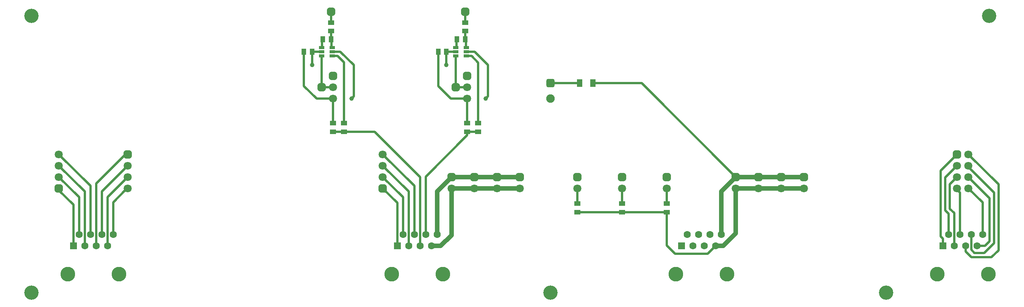
<source format=gbr>
%TF.GenerationSoftware,Altium Limited,Altium Designer,25.8.1 (18)*%
G04 Layer_Physical_Order=1*
G04 Layer_Color=255*
%FSLAX45Y45*%
%MOMM*%
%TF.SameCoordinates,A785B3B1-CB1D-45D8-AEAD-54020840EAB1*%
%TF.FilePolarity,Positive*%
%TF.FileFunction,Copper,L1,Top,Signal*%
%TF.Part,Single*%
G01*
G75*
%TA.AperFunction,SMDPad,CuDef*%
%ADD10R,1.45000X1.05000*%
%ADD11R,1.05000X1.45000*%
%ADD12R,1.20000X1.80000*%
%ADD13R,1.30000X0.65000*%
%TA.AperFunction,Conductor*%
%ADD14C,0.50000*%
%ADD15C,1.00000*%
%TA.AperFunction,ViaPad*%
%ADD16C,3.20000*%
%TA.AperFunction,ComponentPad*%
G04:AMPARAMS|DCode=17|XSize=1.8mm|YSize=1.8mm|CornerRadius=0.45mm|HoleSize=0mm|Usage=FLASHONLY|Rotation=90.000|XOffset=0mm|YOffset=0mm|HoleType=Round|Shape=RoundedRectangle|*
%AMROUNDEDRECTD17*
21,1,1.80000,0.90000,0,0,90.0*
21,1,0.90000,1.80000,0,0,90.0*
1,1,0.90000,0.45000,0.45000*
1,1,0.90000,0.45000,-0.45000*
1,1,0.90000,-0.45000,-0.45000*
1,1,0.90000,-0.45000,0.45000*
%
%ADD17ROUNDEDRECTD17*%
%ADD18C,1.80000*%
G04:AMPARAMS|DCode=19|XSize=1.8mm|YSize=1.8mm|CornerRadius=0.45mm|HoleSize=0mm|Usage=FLASHONLY|Rotation=0.000|XOffset=0mm|YOffset=0mm|HoleType=Round|Shape=RoundedRectangle|*
%AMROUNDEDRECTD19*
21,1,1.80000,0.90000,0,0,0.0*
21,1,0.90000,1.80000,0,0,0.0*
1,1,0.90000,0.45000,-0.45000*
1,1,0.90000,-0.45000,-0.45000*
1,1,0.90000,-0.45000,0.45000*
1,1,0.90000,0.45000,0.45000*
%
%ADD19ROUNDEDRECTD19*%
%ADD20C,1.60000*%
%ADD21R,1.60000X1.60000*%
%ADD22C,3.30000*%
G04:AMPARAMS|DCode=23|XSize=1.9mm|YSize=1.9mm|CornerRadius=0.475mm|HoleSize=0mm|Usage=FLASHONLY|Rotation=90.000|XOffset=0mm|YOffset=0mm|HoleType=Round|Shape=RoundedRectangle|*
%AMROUNDEDRECTD23*
21,1,1.90000,0.95000,0,0,90.0*
21,1,0.95000,1.90000,0,0,90.0*
1,1,0.95000,0.47500,0.47500*
1,1,0.95000,0.47500,-0.47500*
1,1,0.95000,-0.47500,-0.47500*
1,1,0.95000,-0.47500,0.47500*
%
%ADD23ROUNDEDRECTD23*%
%ADD24C,1.90000*%
%TA.AperFunction,ViaPad*%
%ADD25C,1.00000*%
D10*
X20134000Y14005000D02*
D03*
Y14195000D02*
D03*
X20384000Y14195000D02*
D03*
Y14005000D02*
D03*
X17384000Y14195000D02*
D03*
Y14005000D02*
D03*
X17134000Y14005000D02*
D03*
Y14195000D02*
D03*
X22595500Y12395000D02*
D03*
Y12205000D02*
D03*
X23595500Y12395000D02*
D03*
Y12205000D02*
D03*
X24595500Y12395000D02*
D03*
Y12205000D02*
D03*
X20092500Y16264999D02*
D03*
Y16455000D02*
D03*
X17092500Y16264999D02*
D03*
Y16455000D02*
D03*
D11*
X16907500Y16080000D02*
D03*
X17092500D02*
D03*
X19907500D02*
D03*
X20092500D02*
D03*
X19487500Y15800000D02*
D03*
X19672501D02*
D03*
X16487500D02*
D03*
X16672501D02*
D03*
D12*
X22947501Y15096001D02*
D03*
X22652499D02*
D03*
D13*
X20120000Y15705000D02*
D03*
Y15800000D02*
D03*
Y15895000D02*
D03*
X19880000D02*
D03*
Y15800000D02*
D03*
Y15705000D02*
D03*
X17120000D02*
D03*
Y15800000D02*
D03*
Y15895000D02*
D03*
X16880000D02*
D03*
Y15800000D02*
D03*
Y15705000D02*
D03*
D14*
X18064999Y14005000D02*
X19080499Y12989500D01*
X17384000Y14005000D02*
X18064999D01*
X17134000D02*
X17384000D01*
X17134000Y14005000D02*
X17134000Y14005000D01*
X17134000Y14195000D02*
Y14746001D01*
X20134000Y14005000D02*
X20134000Y14005000D01*
X20384000D01*
Y14195000D02*
Y15556000D01*
X20235001Y15705000D02*
X20384000Y15556000D01*
X20120000Y15705000D02*
X20235001D01*
X20300000Y15800000D02*
X20600000Y15500000D01*
Y14800290D02*
Y15500000D01*
X20120000Y15800000D02*
X20300000D01*
X20134000Y14195000D02*
Y14746001D01*
Y13926868D02*
Y14005000D01*
X17384000Y14195000D02*
Y15563499D01*
X17242500Y15705000D02*
X17384000Y15563499D01*
X17120000Y15705000D02*
X17242500D01*
X22947501Y15096001D02*
X24034500D01*
X26138501Y12992000D01*
X24595500Y11454500D02*
X24780000Y11270000D01*
X24595500Y11454500D02*
Y12205000D01*
X24780000Y11270000D02*
X25508501D01*
X25684500Y11446000D01*
X22595500Y12205000D02*
X23595500D01*
X24595500D01*
X22595500Y12395000D02*
Y12738000D01*
X23595500Y12395000D02*
Y12738000D01*
X24595500Y12395000D02*
Y12738000D01*
X18245500D02*
X18572501Y12411000D01*
Y11446000D02*
Y12411000D01*
X18245500Y12992000D02*
X18699500Y12538000D01*
Y11700000D02*
Y12538000D01*
X18245500Y13246001D02*
X18826500Y12665000D01*
Y11446000D02*
Y12665000D01*
X18245500Y13500000D02*
X18953500Y12792000D01*
Y11700000D02*
Y12792000D01*
X11968500Y11700000D02*
Y12665000D01*
X12549500Y13246001D01*
X12095500Y11446000D02*
Y12538000D01*
X12549500Y12992000D01*
X11006500Y13500000D02*
X11714500Y12792000D01*
Y11700000D02*
Y12792000D01*
X11006500Y13246001D02*
X11587500Y12665000D01*
Y11446000D02*
Y12665000D01*
X11006500Y12992000D02*
X11460500Y12538000D01*
Y11700000D02*
Y12538000D01*
X30717001Y13135001D02*
X31082001Y13500000D01*
X30920001Y12809344D02*
Y12830000D01*
X30717001Y11655296D02*
X30764499Y11607797D01*
X30917001Y12669655D02*
Y12806345D01*
X30920001Y12280000D02*
X31018500Y12181500D01*
X30920001Y12280000D02*
Y12666655D01*
X30917001Y12806345D02*
X30920001Y12809344D01*
Y12830000D02*
X31082001Y12992000D01*
X30764499Y11446000D02*
Y11607797D01*
X30717001Y11655296D02*
Y13135001D01*
X30817001Y12981000D02*
X31082001Y13246001D01*
X30917001Y12669655D02*
X30920001Y12666655D01*
X30817001Y12241579D02*
Y12981000D01*
X30891501Y11700000D02*
Y12167079D01*
X30817001Y12241579D02*
X30891501Y12167079D01*
X32010001Y11350000D02*
Y12825999D01*
X31335999Y13500000D02*
X32010001Y12825999D01*
X31850000Y11190000D02*
X32010001Y11350000D01*
X31910001Y11508579D02*
Y12640000D01*
X31810001Y11550000D02*
Y12518000D01*
X31335999Y13214000D02*
X31910001Y12640000D01*
X31335999Y12992000D02*
X31810001Y12518000D01*
X31706000Y11446000D02*
X31810001Y11550000D01*
X31691422Y11290000D02*
X31910001Y11508579D01*
X31470001Y11290000D02*
X31691422D01*
X31018500Y11446000D02*
Y12181500D01*
X31082001Y12702822D02*
Y12738000D01*
Y12702822D02*
X31145499Y12639322D01*
Y11700000D02*
Y12639322D01*
X31399500Y11360500D02*
X31470001Y11290000D01*
X31399500Y11360500D02*
Y11700000D01*
X31526501Y11446000D02*
X31706000D01*
X31400000Y11190000D02*
X31850000D01*
X31272501Y11317500D02*
X31400000Y11190000D01*
X31272501Y11317500D02*
Y11446000D01*
X31335999Y13214000D02*
Y13246001D01*
Y12738000D02*
X31653500Y12420500D01*
Y11700000D02*
Y12420500D01*
X11000000Y12700000D02*
X11333500Y12366500D01*
Y11446000D02*
Y12366500D01*
X12222500Y12422500D02*
X12500000Y12700000D01*
X12222500Y11700000D02*
Y12422500D01*
X11841500Y12841499D02*
X12500000Y13500000D01*
X11841500Y11446000D02*
Y12841499D01*
X19080499Y11446000D02*
Y12989500D01*
X19207500Y13000368D02*
X20134000Y13926868D01*
X19207500Y11700000D02*
Y13000368D01*
X22000000Y15096001D02*
X22652499D01*
X20550000Y14750290D02*
X20600000Y14800290D01*
X17550000Y14746001D02*
Y14750290D01*
X17600000Y14800290D02*
Y15500000D01*
X17550000Y14750290D02*
X17600000Y14800290D01*
X17300000Y15800000D02*
X17600000Y15500000D01*
X19672501Y15800000D02*
X19880000D01*
X19893750Y15902499D02*
Y16066251D01*
X20106250Y15902499D02*
Y16066251D01*
X20092500Y16080000D02*
Y16264999D01*
Y16455000D02*
Y16700000D01*
X19880000Y15000000D02*
Y15705000D01*
X19672501Y15500000D02*
Y15800000D01*
X19880000Y15000000D02*
X20134000D01*
X19487500Y15032500D02*
X19774001Y14746001D01*
X19487500Y15032500D02*
Y15800000D01*
X19774001Y14746001D02*
X20134000D01*
X17120000Y15800000D02*
X17300000D01*
X16774001Y14746001D02*
X17134000D01*
X16487500Y15032500D02*
Y15800000D01*
Y15032500D02*
X16774001Y14746001D01*
X16880000Y15000000D02*
X17134000D01*
X16672501Y15500000D02*
Y15800000D01*
X16880000Y15000000D02*
Y15705000D01*
X17092500Y16455000D02*
Y16700000D01*
Y16080000D02*
Y16264999D01*
Y16080000D02*
X17106250Y16066251D01*
Y15902499D02*
Y16066251D01*
Y15902499D02*
X17113750Y15895000D01*
X17120000D01*
X16893750Y16066251D02*
X16907500Y16080000D01*
X16893750Y15902499D02*
Y16066251D01*
X16886250Y15895000D02*
X16893750Y15902499D01*
X16880000Y15895000D02*
X16886250D01*
X16672501Y15800000D02*
X16880000D01*
D15*
X27154501Y12992000D02*
X27662500D01*
X26646500D02*
X27154501D01*
X26138501D02*
X26646500D01*
X19461501Y11700000D02*
Y12665000D01*
X19788499Y12992000D01*
X20804500D02*
X21312500D01*
X20296500D02*
X20804500D01*
X19788499D02*
X20296500D01*
X27154501Y12738000D02*
X27662500D01*
X26646500D02*
X27154501D01*
X26138501D02*
X26646500D01*
X20804500D02*
X21312500D01*
X20296500D02*
X20804500D01*
X19788499D02*
X20296500D01*
X19334500Y11446000D02*
X19546001D01*
X19788499Y11688500D02*
Y12738000D01*
X19546001Y11446000D02*
X19788499Y11688500D01*
X26138501Y11728500D02*
Y12738000D01*
X25684500Y11446000D02*
X25856000D01*
X26138501Y11728500D01*
X25811499Y12665000D02*
X26138501Y12992000D01*
X25811499Y11700000D02*
Y12665000D01*
D16*
X22000000Y10400000D02*
D03*
X29500000D02*
D03*
X31800000Y16600000D02*
D03*
X10400000Y10400000D02*
D03*
Y16600000D02*
D03*
D17*
X16880000Y15000000D02*
D03*
X19880000D02*
D03*
D18*
X19788499Y12738000D02*
D03*
X18245500Y12992000D02*
D03*
Y13246001D02*
D03*
Y13500000D02*
D03*
X11006500Y12992000D02*
D03*
Y13246001D02*
D03*
Y13500000D02*
D03*
X12549500Y13246001D02*
D03*
Y12992000D02*
D03*
Y12738000D02*
D03*
X31082001Y13246001D02*
D03*
X31335999Y13500000D02*
D03*
Y13246001D02*
D03*
X31082001Y12992000D02*
D03*
X31335999D02*
D03*
X31082001Y12738000D02*
D03*
X31335999D02*
D03*
X22595500D02*
D03*
X26138501D02*
D03*
X23595500D02*
D03*
X26646500D02*
D03*
X20296500D02*
D03*
X27154501D02*
D03*
X20804500D02*
D03*
X24595500D02*
D03*
X27662500D02*
D03*
X21312500D02*
D03*
X20134000Y15000000D02*
D03*
Y14746001D02*
D03*
X17134000Y15000000D02*
D03*
Y14746001D02*
D03*
D19*
X19788499Y12992000D02*
D03*
X18245500Y12738000D02*
D03*
X11006500D02*
D03*
X20092500Y16700000D02*
D03*
X17092500D02*
D03*
X12549500Y13500000D02*
D03*
X31082001D02*
D03*
X22595500Y12992000D02*
D03*
X26138501D02*
D03*
X23595500D02*
D03*
X26646500D02*
D03*
X20296500D02*
D03*
X27154501D02*
D03*
X20804500D02*
D03*
X24595500D02*
D03*
X27662500D02*
D03*
X21312500D02*
D03*
X20134000Y15253999D02*
D03*
X17134000D02*
D03*
D20*
X31653500Y11700000D02*
D03*
X31399500D02*
D03*
X31145499D02*
D03*
X30891501D02*
D03*
X31526501Y11446000D02*
D03*
X31272501D02*
D03*
X31018500D02*
D03*
X25811499Y11700000D02*
D03*
X25557500D02*
D03*
X25303500D02*
D03*
X25049500D02*
D03*
X25684500Y11446000D02*
D03*
X25430499D02*
D03*
X25176500D02*
D03*
X19461501Y11700000D02*
D03*
X19207500D02*
D03*
X18953500D02*
D03*
X18699500D02*
D03*
X19334500Y11446000D02*
D03*
X19080499D02*
D03*
X18826500D02*
D03*
X12222500Y11700000D02*
D03*
X11968500D02*
D03*
X11714500D02*
D03*
X11460500D02*
D03*
X12095500Y11446000D02*
D03*
X11841500D02*
D03*
X11587500D02*
D03*
D21*
X30764499D02*
D03*
X24922501D02*
D03*
X18572501D02*
D03*
X11333500D02*
D03*
D22*
X31780499Y10811000D02*
D03*
X30637500D02*
D03*
X25938501D02*
D03*
X24795500D02*
D03*
X19588499D02*
D03*
X18445500D02*
D03*
X12349500D02*
D03*
X11206500D02*
D03*
D23*
X22000000Y15096001D02*
D03*
D24*
Y14746001D02*
D03*
D25*
X20550000Y14746001D02*
D03*
X19672501Y15500000D02*
D03*
X17550000Y14746001D02*
D03*
X16672501Y15500000D02*
D03*
%TF.MD5,ae4168cb161f45b65e295771a664c616*%
M02*

</source>
